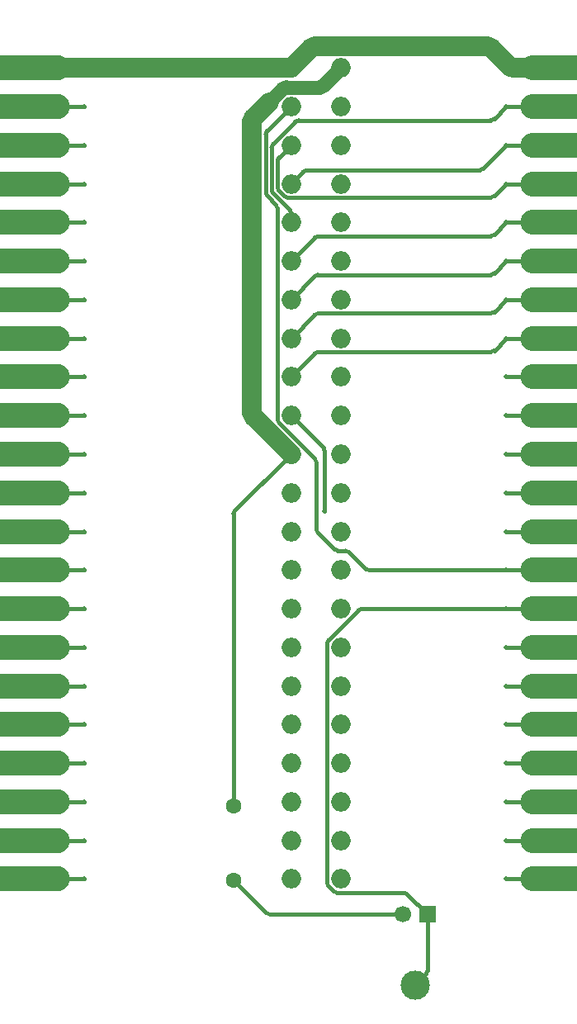
<source format=gbr>
%TF.GenerationSoftware,KiCad,Pcbnew,9.0.3*%
%TF.CreationDate,2025-08-13T21:30:12+02:00*%
%TF.ProjectId,app-mtu-adapter,6170702d-6d74-4752-9d61-646170746572,rev?*%
%TF.SameCoordinates,Original*%
%TF.FileFunction,Copper,L1,Top*%
%TF.FilePolarity,Positive*%
%FSLAX46Y46*%
G04 Gerber Fmt 4.6, Leading zero omitted, Abs format (unit mm)*
G04 Created by KiCad (PCBNEW 9.0.3) date 2025-08-13 21:30:12*
%MOMM*%
%LPD*%
G01*
G04 APERTURE LIST*
G04 Aperture macros list*
%AMFreePoly0*
4,1,22,-1.300000,4.445000,1.300000,4.445000,1.300000,-3.145000,1.280250,-3.370743,1.221600,-3.589626,1.125833,-3.795000,0.995858,-3.980624,0.835624,-4.140858,0.650000,-4.270833,0.444626,-4.366600,0.225743,-4.425250,0.000000,-4.445000,-0.225743,-4.425250,-0.444626,-4.366600,-0.650000,-4.270833,-0.835624,-4.140858,-0.995858,-3.980624,-1.125833,-3.795000,-1.221600,-3.589626,-1.280250,-3.370743,
-1.300000,-3.145000,-1.300000,4.445000,-1.300000,4.445000,$1*%
%AMFreePoly1*
4,1,22,-1.270000,3.180000,1.270000,3.180000,1.270000,-1.910000,1.254364,-2.108672,1.198732,-2.329454,1.104571,-2.536755,0.974909,-2.723912,0.813912,-2.884909,0.626755,-3.014571,0.419454,-3.108732,0.198672,-3.164364,0.000000,-3.180000,-0.198672,-3.164364,-0.419454,-3.108732,-0.626755,-3.014571,-0.813912,-2.884909,-0.974909,-2.723912,-1.104571,-2.536755,-1.198732,-2.329454,-1.254364,-2.108672,
-1.270000,-1.910000,-1.270000,3.180000,-1.270000,3.180000,$1*%
G04 Aperture macros list end*
%TA.AperFunction,ComponentPad*%
%ADD10C,3.000000*%
%TD*%
%TA.AperFunction,ComponentPad*%
%ADD11C,1.700000*%
%TD*%
%TA.AperFunction,ComponentPad*%
%ADD12R,1.700000X1.700000*%
%TD*%
%TA.AperFunction,ConnectorPad*%
%ADD13FreePoly0,90.000000*%
%TD*%
%TA.AperFunction,ComponentPad*%
%ADD14C,1.600000*%
%TD*%
%TA.AperFunction,ComponentPad*%
%ADD15O,2.000000X2.000000*%
%TD*%
%TA.AperFunction,ConnectorPad*%
%ADD16FreePoly1,270.000000*%
%TD*%
%TA.AperFunction,ViaPad*%
%ADD17C,0.500000*%
%TD*%
%TA.AperFunction,Conductor*%
%ADD18C,0.400000*%
%TD*%
%TA.AperFunction,Conductor*%
%ADD19C,2.000000*%
%TD*%
%TA.AperFunction,Conductor*%
%ADD20C,1.400000*%
%TD*%
G04 APERTURE END LIST*
D10*
%TO.P,TP1,1,1*%
%TO.N,Net-(J1-Pin_1)*%
X150910000Y-149250000D03*
%TD*%
D11*
%TO.P,J1,2,Pin_2*%
%TO.N,Net-(J1-Pin_2)*%
X149640000Y-142000000D03*
D12*
%TO.P,J1,1,Pin_1*%
%TO.N,Net-(J1-Pin_1)*%
X152180000Y-142000000D03*
%TD*%
D13*
%TO.P,P1,22,COLD*%
%TO.N,Net-(P1-COLD)*%
X111050000Y-138390000D03*
%TO.P,P1,21,COLA*%
%TO.N,Net-(P1-COLA)*%
X111050000Y-134430000D03*
%TO.P,P1,20,COLE*%
%TO.N,Net-(P1-COLE)*%
X111050000Y-130470000D03*
%TO.P,P1,19,COLB*%
%TO.N,Net-(P1-COLB)*%
X111050000Y-126510000D03*
%TO.P,P1,18,COLF*%
%TO.N,Net-(P1-COLF)*%
X111050000Y-122550000D03*
%TO.P,P1,17,ROW0*%
%TO.N,Net-(P1-ROW0)*%
X111050000Y-118590000D03*
%TO.P,P1,16,PB5*%
%TO.N,Net-(P1-PB5)*%
X111050000Y-114630000D03*
%TO.P,P1,15,PB7*%
%TO.N,Net-(J1-Pin_1)*%
X111050000Y-110670000D03*
%TO.P,P1,14,PA0*%
%TO.N,Net-(P1-PA0)*%
X111050000Y-106710000D03*
%TO.P,P1,13,PB4*%
%TO.N,Net-(P1-PB4)*%
X111050000Y-102750000D03*
%TO.P,P1,12,PB3*%
%TO.N,Net-(P1-PB3)*%
X111050000Y-98790000D03*
%TO.P,P1,11,PB2*%
%TO.N,Net-(P1-PB2)*%
X111050000Y-94830000D03*
%TO.P,P1,10,PB1*%
%TO.N,Net-(P1-PB1)*%
X111050000Y-90870000D03*
%TO.P,P1,9,PB0*%
%TO.N,Net-(P1-PB0)*%
X111050000Y-86910000D03*
%TO.P,P1,8,PA7*%
%TO.N,Net-(P1-PA7)*%
X111050000Y-82950000D03*
%TO.P,P1,7,PA6*%
%TO.N,Net-(P1-PA6)*%
X111050000Y-78990000D03*
%TO.P,P1,6,PA5*%
%TO.N,Net-(P1-PA5)*%
X111050000Y-75030000D03*
%TO.P,P1,5,PA4*%
%TO.N,Net-(P1-PA4)*%
X111050000Y-71070000D03*
%TO.P,P1,4,PA1*%
%TO.N,Net-(P1-PA1)*%
X111050000Y-67110000D03*
%TO.P,P1,3,PA2*%
%TO.N,Net-(P1-PA2)*%
X111050000Y-63150000D03*
%TO.P,P1,2,PA3*%
%TO.N,Net-(P1-PA3)*%
X111050000Y-59190000D03*
%TO.P,P1,1,GND*%
%TO.N,Net-(P1-GND)*%
X111050000Y-55230000D03*
%TD*%
D14*
%TO.P,R1,2*%
%TO.N,Net-(J1-Pin_2)*%
X132270000Y-138480000D03*
%TO.P,R1,1*%
%TO.N,Net-(P1-+5V)*%
X132270000Y-130860000D03*
%TD*%
D15*
%TO.P,P2,1,1*%
%TO.N,Net-(P1-GND)*%
X138190000Y-55230000D03*
%TO.P,P2,2,2*%
%TO.N,Net-(P1-PA0)*%
X138190000Y-59190000D03*
%TO.P,P2,3,3*%
%TO.N,Net-(P1-PA1)*%
X138190000Y-63150000D03*
%TO.P,P2,4,4*%
%TO.N,Net-(P1-PA2)*%
X138190000Y-67110000D03*
%TO.P,P2,5,5*%
%TO.N,Net-(P1-PA3)*%
X138190000Y-71070000D03*
%TO.P,P2,6,6*%
%TO.N,Net-(P1-PA4)*%
X138190000Y-75030000D03*
%TO.P,P2,7,7*%
%TO.N,Net-(P1-PA5)*%
X138190000Y-78990000D03*
%TO.P,P2,8,8*%
%TO.N,Net-(P1-PA6)*%
X138190000Y-82950000D03*
%TO.P,P2,9,9*%
%TO.N,Net-(P1-PA7)*%
X138190000Y-86910000D03*
%TO.P,P2,10,\u00BA0*%
%TO.N,Net-(P1-AUD_H)*%
X138190000Y-90870000D03*
%TO.P,P2,11,11*%
%TO.N,Net-(P1-+5V)*%
X138190000Y-94830000D03*
%TO.P,P2,12,12*%
%TO.N,unconnected-(P2-Pad12)*%
X138190000Y-98790000D03*
%TO.P,P2,13,13*%
%TO.N,unconnected-(P2-Pad13)*%
X138190000Y-102750000D03*
%TO.P,P2,14,14*%
%TO.N,unconnected-(P2-Pad14)*%
X138190000Y-106710000D03*
%TO.P,P2,15,15*%
%TO.N,unconnected-(P2-Pad15)*%
X138190000Y-110670000D03*
%TO.P,P2,16,16*%
%TO.N,unconnected-(P2-Pad16)*%
X138190000Y-114630000D03*
%TO.P,P2,17,17*%
%TO.N,unconnected-(P2-Pad17)*%
X138190000Y-118590000D03*
%TO.P,P2,18,18*%
%TO.N,unconnected-(P2-Pad18)*%
X138190000Y-122550000D03*
%TO.P,P2,19,19*%
%TO.N,unconnected-(P2-Pad19)*%
X138190000Y-126510000D03*
%TO.P,P2,20,20*%
%TO.N,unconnected-(P2-Pad20)*%
X138190000Y-130470000D03*
%TO.P,P2,21,21*%
%TO.N,unconnected-(P2-Pad21)*%
X138190000Y-134430000D03*
%TO.P,P2,22,22*%
%TO.N,unconnected-(P2-Pad22)*%
X138190000Y-138390000D03*
%TO.P,P2,A,A*%
%TO.N,Net-(P1-+5V)*%
X143270000Y-55230000D03*
%TO.P,P2,B,B*%
%TO.N,unconnected-(P2-PadB)*%
X143270000Y-59190000D03*
%TO.P,P2,C,C*%
%TO.N,unconnected-(P2-PadC)*%
X143270000Y-63150000D03*
%TO.P,P2,D,D*%
%TO.N,unconnected-(P2-PadD)*%
X143270000Y-67110000D03*
%TO.P,P2,E,E*%
%TO.N,unconnected-(P2-PadE)*%
X143270000Y-71070000D03*
%TO.P,P2,F,F*%
%TO.N,unconnected-(P2-PadF)*%
X143270000Y-75030000D03*
%TO.P,P2,H,H*%
%TO.N,unconnected-(P2-PadH)*%
X143270000Y-78990000D03*
%TO.P,P2,J,J*%
%TO.N,unconnected-(P2-PadJ)*%
X143270000Y-82950000D03*
%TO.P,P2,K,K*%
%TO.N,unconnected-(P2-PadK)*%
X143270000Y-86910000D03*
%TO.P,P2,L,L*%
%TO.N,unconnected-(P2-PadL)*%
X143270000Y-90870000D03*
%TO.P,P2,M,M*%
%TO.N,unconnected-(P2-PadM)*%
X143270000Y-94830000D03*
%TO.P,P2,N,N*%
%TO.N,unconnected-(P2-PadN)*%
X143270000Y-98790000D03*
%TO.P,P2,P,P*%
%TO.N,unconnected-(P2-PadP)*%
X143270000Y-102750000D03*
%TO.P,P2,R,R*%
%TO.N,unconnected-(P2-PadR)*%
X143270000Y-106710000D03*
%TO.P,P2,S,PTR_R*%
%TO.N,unconnected-(P2-PTR_R-PadS)*%
X143270000Y-110670000D03*
%TO.P,P2,T,T*%
%TO.N,unconnected-(P2-PadT)*%
X143270000Y-114630000D03*
%TO.P,P2,U,U*%
%TO.N,unconnected-(P2-PadU)*%
X143270000Y-118590000D03*
%TO.P,P2,V,V*%
%TO.N,unconnected-(P2-PadV)*%
X143270000Y-122550000D03*
%TO.P,P2,W,W*%
%TO.N,unconnected-(P2-PadW)*%
X143270000Y-126510000D03*
%TO.P,P2,X,X*%
%TO.N,unconnected-(P2-PadX)*%
X143270000Y-130470000D03*
%TO.P,P2,Y,Y*%
%TO.N,unconnected-(P2-PadY)*%
X143270000Y-134430000D03*
%TO.P,P2,Z,Z*%
%TO.N,unconnected-(P2-PadZ)*%
X143270000Y-138390000D03*
%TD*%
D16*
%TO.P,P3,1,GND*%
%TO.N,Net-(P1-GND)*%
X164870000Y-55230000D03*
%TO.P,P3,2,PA3*%
%TO.N,Net-(P1-PA3)*%
X164870000Y-59190000D03*
%TO.P,P3,3,PA2*%
%TO.N,Net-(P1-PA2)*%
X164870000Y-63150000D03*
%TO.P,P3,4,PA1*%
%TO.N,Net-(P1-PA1)*%
X164870000Y-67110000D03*
%TO.P,P3,5,PA4*%
%TO.N,Net-(P1-PA4)*%
X164870000Y-71070000D03*
%TO.P,P3,6,PA5*%
%TO.N,Net-(P1-PA5)*%
X164870000Y-75030000D03*
%TO.P,P3,7,PA6*%
%TO.N,Net-(P1-PA6)*%
X164870000Y-78990000D03*
%TO.P,P3,8,PA7*%
%TO.N,Net-(P1-PA7)*%
X164870000Y-82950000D03*
%TO.P,P3,9,PB0*%
%TO.N,Net-(P1-PB0)*%
X164870000Y-86910000D03*
%TO.P,P3,10,PB1*%
%TO.N,Net-(P1-PB1)*%
X164870000Y-90870000D03*
%TO.P,P3,11,PB2*%
%TO.N,Net-(P1-PB2)*%
X164870000Y-94830000D03*
%TO.P,P3,12,PB3*%
%TO.N,Net-(P1-PB3)*%
X164870000Y-98790000D03*
%TO.P,P3,13,PB4*%
%TO.N,Net-(P1-PB4)*%
X164870000Y-102750000D03*
%TO.P,P3,14,PA0*%
%TO.N,Net-(P1-PA0)*%
X164870000Y-106710000D03*
%TO.P,P3,15,PB7*%
%TO.N,Net-(J1-Pin_1)*%
X164870000Y-110670000D03*
%TO.P,P3,16,PB5*%
%TO.N,Net-(P1-PB5)*%
X164870000Y-114630000D03*
%TO.P,P3,17,ROW0*%
%TO.N,Net-(P1-ROW0)*%
X164870000Y-118590000D03*
%TO.P,P3,18,COLF*%
%TO.N,Net-(P1-COLF)*%
X164870000Y-122550000D03*
%TO.P,P3,19,COLB*%
%TO.N,Net-(P1-COLB)*%
X164870000Y-126510000D03*
%TO.P,P3,20,COLE*%
%TO.N,Net-(P1-COLE)*%
X164870000Y-130470000D03*
%TO.P,P3,21,COLA*%
%TO.N,Net-(P1-COLA)*%
X164870000Y-134430000D03*
%TO.P,P3,22,COLD*%
%TO.N,Net-(P1-COLD)*%
X164870000Y-138390000D03*
%TD*%
D17*
%TO.N,Net-(P1-PA2)*%
X116950000Y-63150000D03*
%TO.N,Net-(P1-PA5)*%
X116950000Y-75030000D03*
%TO.N,Net-(P1-PB4)*%
X116950000Y-102750000D03*
%TO.N,Net-(P1-PA0)*%
X116950000Y-106710000D03*
%TO.N,Net-(P1-PA6)*%
X116950000Y-78990000D03*
%TO.N,Net-(P1-COLF)*%
X116950000Y-122550000D03*
%TO.N,Net-(P1-PB1)*%
X116950000Y-90870000D03*
%TO.N,Net-(P1-COLB)*%
X116950000Y-126510000D03*
%TO.N,Net-(P1-PB5)*%
X116950000Y-114630000D03*
%TO.N,Net-(P1-COLD)*%
X116950000Y-138390000D03*
%TO.N,Net-(P1-PA1)*%
X116950000Y-67110000D03*
%TO.N,Net-(P1-PB0)*%
X116950000Y-86910000D03*
%TO.N,Net-(P1-ROW0)*%
X116950000Y-118590000D03*
%TO.N,Net-(P1-PB2)*%
X116950000Y-94830000D03*
%TO.N,Net-(P1-PA4)*%
X116950000Y-71070000D03*
%TO.N,Net-(P1-PA7)*%
X116950000Y-82950000D03*
%TO.N,Net-(P1-COLA)*%
X116950000Y-134430000D03*
%TO.N,Net-(P1-PA3)*%
X116950000Y-59190000D03*
%TO.N,Net-(P1-PB3)*%
X116950000Y-98790000D03*
%TO.N,Net-(P1-COLE)*%
X116950000Y-130470000D03*
%TO.N,Net-(J1-Pin_1)*%
X116950000Y-110670000D03*
%TO.N,Net-(P1-PA5)*%
X160270000Y-75030000D03*
%TO.N,Net-(P1-PA6)*%
X160270000Y-78990000D03*
%TO.N,Net-(P1-PA2)*%
X160270000Y-63150000D03*
%TO.N,Net-(P1-PB4)*%
X160270000Y-102750000D03*
%TO.N,Net-(P1-COLF)*%
X160270000Y-122550000D03*
%TO.N,Net-(P1-PB1)*%
X160270000Y-90870000D03*
%TO.N,Net-(P1-PA0)*%
X160270000Y-106710000D03*
%TO.N,Net-(P1-COLD)*%
X160270000Y-138390000D03*
%TO.N,Net-(P1-PB3)*%
X160270000Y-98790000D03*
%TO.N,Net-(P1-PB5)*%
X160270000Y-114630000D03*
%TO.N,Net-(P1-ROW0)*%
X160270000Y-118590000D03*
%TO.N,Net-(P1-PA3)*%
X160270000Y-59190000D03*
%TO.N,Net-(P1-PB0)*%
X160270000Y-86910000D03*
%TO.N,Net-(P1-PA1)*%
X160270000Y-67110000D03*
%TO.N,Net-(P1-PA7)*%
X160270000Y-82950000D03*
%TO.N,Net-(P1-COLE)*%
X160270000Y-130470000D03*
%TO.N,Net-(P1-PB2)*%
X160270000Y-94830000D03*
%TO.N,Net-(P1-COLA)*%
X160270000Y-134430000D03*
%TO.N,Net-(P1-PA4)*%
X160270000Y-71070000D03*
%TO.N,Net-(P1-COLB)*%
X160270000Y-126510000D03*
%TO.N,Net-(J1-Pin_1)*%
X160270000Y-110670000D03*
%TO.N,Net-(P1-AUD_H)*%
X141640000Y-100660000D03*
%TD*%
D18*
%TO.N,Net-(J1-Pin_1)*%
X152180000Y-147772893D02*
G75*
G02*
X152033556Y-148126450I-500000J-7D01*
G01*
X149763893Y-139791000D02*
G75*
G02*
X150117449Y-139937443I7J-500000D01*
G01*
X152033553Y-148126447D02*
X150910000Y-149250000D01*
X152180000Y-142000000D02*
X152180000Y-147772893D01*
X145457107Y-110670000D02*
X160270000Y-110670000D01*
X141869000Y-138763207D02*
X141869000Y-114258107D01*
X149763893Y-139791000D02*
X142896793Y-139791000D01*
X141869000Y-114258107D02*
G75*
G02*
X142015444Y-113904550I500000J7D01*
G01*
X142543239Y-139644553D02*
X142015446Y-139116760D01*
X142015446Y-139116760D02*
G75*
G02*
X141868995Y-138763207I353554J353560D01*
G01*
X142896793Y-139791000D02*
G75*
G02*
X142543243Y-139644549I7J500000D01*
G01*
X145103554Y-110816446D02*
G75*
G02*
X145457107Y-110670005I353546J-353554D01*
G01*
X152180000Y-142000000D02*
X150117446Y-139937446D01*
X142015447Y-113904553D02*
X145103554Y-110816446D01*
%TO.N,Net-(J1-Pin_2)*%
X149639000Y-141999000D02*
X149640000Y-142000000D01*
X135996107Y-141999000D02*
X149639000Y-141999000D01*
X135642554Y-141852554D02*
G75*
G03*
X135996107Y-141998995I353546J353554D01*
G01*
X132270000Y-138480000D02*
X135642554Y-141852554D01*
D19*
%TO.N,Net-(P1-GND)*%
X160644553Y-55083553D02*
G75*
G03*
X160998107Y-55229995I353547J353553D01*
G01*
X158382893Y-53029000D02*
G75*
G02*
X158736449Y-53175443I7J-500000D01*
G01*
X160644553Y-55083553D02*
X158736446Y-53175446D01*
X164870000Y-55230000D02*
X160998107Y-55230000D01*
X138190000Y-55230000D02*
X111050000Y-55230000D01*
D18*
%TO.N,Net-(P1-PA0)*%
X142643553Y-104563553D02*
G75*
G03*
X142997107Y-104709995I353547J353553D01*
G01*
X140780000Y-102492893D02*
G75*
G03*
X140926443Y-102846449I500000J-7D01*
G01*
X144106446Y-104856446D02*
G75*
G03*
X143752893Y-104710005I-353546J-353554D01*
G01*
X145813553Y-106563553D02*
G75*
G03*
X146167107Y-106709995I353547J353553D01*
G01*
X135735446Y-61644554D02*
X138190000Y-59190000D01*
X135589000Y-67983092D02*
X135589000Y-61998107D01*
X136642554Y-69243753D02*
X135735447Y-68336646D01*
X136789000Y-91243207D02*
X136789000Y-69597306D01*
X137609686Y-92271000D02*
X136935447Y-91596761D01*
X137612314Y-92271000D02*
X137609686Y-92271000D01*
X140633554Y-95292240D02*
X137612314Y-92271000D01*
X140780000Y-102492893D02*
X140780000Y-95645793D01*
X142643553Y-104563553D02*
X140926446Y-102846446D01*
X145813553Y-106563553D02*
X144106446Y-104856446D01*
X160270000Y-106710000D02*
X146167107Y-106710000D01*
X135735447Y-68336646D02*
G75*
G02*
X135589006Y-67983092I353553J353546D01*
G01*
X136789000Y-69597306D02*
G75*
G03*
X136642557Y-69243750I-500000J6D01*
G01*
X135589000Y-61998107D02*
G75*
G02*
X135735443Y-61644551I500000J7D01*
G01*
X136935447Y-91596761D02*
G75*
G02*
X136788995Y-91243207I353553J353561D01*
G01*
X140780000Y-95645793D02*
G75*
G03*
X140633550Y-95292244I-500000J-7D01*
G01*
X143752893Y-104710000D02*
X142997107Y-104710000D01*
%TO.N,Net-(P1-PA6)*%
X140956107Y-80391000D02*
X158661893Y-80391000D01*
%TO.N,Net-(P1-PA7)*%
X140956107Y-84351000D02*
X158661893Y-84351000D01*
%TO.N,Net-(P1-PA6)*%
X140602554Y-80537446D02*
G75*
G02*
X140956107Y-80391005I353546J-353554D01*
G01*
X138190000Y-82950000D02*
X140602554Y-80537446D01*
%TO.N,Net-(P1-PA7)*%
X138190000Y-86910000D02*
X140602554Y-84497446D01*
X140602554Y-84497446D02*
G75*
G02*
X140956107Y-84351005I353546J-353554D01*
G01*
%TO.N,Net-(P1-PA5)*%
X138190000Y-78990000D02*
X140602554Y-76577446D01*
X140602554Y-76577446D02*
G75*
G02*
X140956107Y-76431005I353546J-353554D01*
G01*
X140956107Y-76431000D02*
X158661893Y-76431000D01*
%TO.N,Net-(P1-PA4)*%
X140956107Y-72471000D02*
X158661893Y-72471000D01*
X138190000Y-75030000D02*
X140602554Y-72617446D01*
X140602554Y-72617446D02*
G75*
G02*
X140956107Y-72471005I353546J-353554D01*
G01*
%TO.N,Net-(P1-PA1)*%
X136936447Y-67837761D02*
X137463240Y-68364554D01*
X136790000Y-64757107D02*
X136790000Y-67484207D01*
X138190000Y-63150000D02*
X136936446Y-64403554D01*
X136790000Y-67484207D02*
G75*
G03*
X136936451Y-67837757I500000J7D01*
G01*
X137463240Y-68364554D02*
G75*
G03*
X137816793Y-68511005I353560J353554D01*
G01*
X136936446Y-64403554D02*
G75*
G03*
X136790005Y-64757107I353554J-353546D01*
G01*
X137816793Y-68511000D02*
X158661893Y-68511000D01*
%TO.N,Net-(P1-PA2)*%
X139798107Y-65709000D02*
X157503893Y-65709000D01*
X138190000Y-67110000D02*
X139444554Y-65855446D01*
X139444554Y-65855446D02*
G75*
G02*
X139798107Y-65709005I353546J-353554D01*
G01*
%TO.N,Net-(P1-PA3)*%
X138974793Y-60591000D02*
X158661893Y-60591000D01*
X138043553Y-69794810D02*
X136336446Y-68087703D01*
X136190000Y-67734150D02*
X136190000Y-63375793D01*
X138190000Y-71070000D02*
X138190000Y-70148364D01*
X136190000Y-63375793D02*
G75*
G02*
X136336451Y-63022243I500000J-7D01*
G01*
X136336447Y-63022239D02*
X138621240Y-60737446D01*
X136336446Y-68087703D02*
G75*
G02*
X136189964Y-67734150I353554J353603D01*
G01*
X138621240Y-60737446D02*
G75*
G02*
X138974793Y-60590995I353560J-353554D01*
G01*
X138190000Y-70148364D02*
G75*
G03*
X138043535Y-69794828I-500000J-36D01*
G01*
D19*
%TO.N,Net-(P1-GND)*%
X158382893Y-53029000D02*
X140598107Y-53029000D01*
X140244553Y-53175447D02*
X138190000Y-55230000D01*
X140598107Y-53029000D02*
G75*
G03*
X140244550Y-53175444I-7J-500000D01*
G01*
D18*
%TO.N,Net-(P1-+5V)*%
X132270000Y-100957107D02*
G75*
G02*
X132416443Y-100603551I500000J7D01*
G01*
%TO.N,Net-(P1-COLD)*%
X116950000Y-138390000D02*
X111050000Y-138390000D01*
%TO.N,Net-(P1-PB0)*%
X116950000Y-86910000D02*
X111050000Y-86910000D01*
%TO.N,Net-(P1-PA1)*%
X116950000Y-67110000D02*
X111050000Y-67110000D01*
%TO.N,Net-(P1-PB3)*%
X116950000Y-98790000D02*
X111050000Y-98790000D01*
%TO.N,Net-(P1-ROW0)*%
X116950000Y-118590000D02*
X111050000Y-118590000D01*
%TO.N,Net-(P1-PB2)*%
X116950000Y-94830000D02*
X111050000Y-94830000D01*
%TO.N,Net-(P1-PA3)*%
X116950000Y-59190000D02*
X111050000Y-59190000D01*
%TO.N,Net-(P1-COLE)*%
X116950000Y-130470000D02*
X111050000Y-130470000D01*
%TO.N,Net-(P1-PB5)*%
X116950000Y-114630000D02*
X111050000Y-114630000D01*
%TO.N,Net-(P1-PA7)*%
X116950000Y-82950000D02*
X111050000Y-82950000D01*
%TO.N,Net-(P1-PA4)*%
X116950000Y-71070000D02*
X111050000Y-71070000D01*
%TO.N,Net-(J1-Pin_1)*%
X116950000Y-110670000D02*
X111050000Y-110670000D01*
%TO.N,Net-(P1-COLA)*%
X116950000Y-134430000D02*
X111050000Y-134430000D01*
%TO.N,Net-(P1-COLB)*%
X116950000Y-126510000D02*
X111050000Y-126510000D01*
%TO.N,Net-(P1-PA2)*%
X116950000Y-63150000D02*
X111050000Y-63150000D01*
%TO.N,Net-(P1-PA6)*%
X116950000Y-78990000D02*
X111050000Y-78990000D01*
%TO.N,Net-(P1-+5V)*%
X132270000Y-100957107D02*
X132270000Y-130860000D01*
%TO.N,Net-(P1-COLF)*%
X116950000Y-122550000D02*
X111050000Y-122550000D01*
%TO.N,Net-(P1-PB4)*%
X116950000Y-102750000D02*
X111050000Y-102750000D01*
%TO.N,Net-(P1-PA0)*%
X116950000Y-106710000D02*
X111050000Y-106710000D01*
%TO.N,Net-(P1-PB1)*%
X116950000Y-90870000D02*
X111050000Y-90870000D01*
%TO.N,Net-(P1-PA5)*%
X116950000Y-75030000D02*
X111050000Y-75030000D01*
%TO.N,Net-(P1-PB0)*%
X164870000Y-86910000D02*
X160270000Y-86910000D01*
%TO.N,Net-(P1-PA1)*%
X164870000Y-67110000D02*
X160270000Y-67110000D01*
%TO.N,Net-(P1-COLD)*%
X164870000Y-138390000D02*
X160270000Y-138390000D01*
%TO.N,Net-(P1-PB3)*%
X164870000Y-98790000D02*
X160270000Y-98790000D01*
%TO.N,Net-(P1-COLE)*%
X164870000Y-130470000D02*
X160270000Y-130470000D01*
%TO.N,Net-(P1-PB2)*%
X164870000Y-94830000D02*
X160270000Y-94830000D01*
%TO.N,Net-(P1-PA3)*%
X164870000Y-59190000D02*
X160270000Y-59190000D01*
%TO.N,Net-(P1-PA7)*%
X164870000Y-82950000D02*
X160270000Y-82950000D01*
%TO.N,Net-(P1-PB5)*%
X164870000Y-114630000D02*
X160270000Y-114630000D01*
%TO.N,Net-(P1-ROW0)*%
X164870000Y-118590000D02*
X160270000Y-118590000D01*
%TO.N,Net-(P1-PA4)*%
X164870000Y-71070000D02*
X160270000Y-71070000D01*
%TO.N,Net-(J1-Pin_1)*%
X164870000Y-110670000D02*
X160270000Y-110670000D01*
%TO.N,Net-(P1-COLB)*%
X164870000Y-126510000D02*
X160270000Y-126510000D01*
%TO.N,Net-(P1-COLA)*%
X164870000Y-134430000D02*
X160270000Y-134430000D01*
%TO.N,Net-(P1-PA6)*%
X164870000Y-78990000D02*
X160270000Y-78990000D01*
%TO.N,Net-(P1-PA2)*%
X164870000Y-63150000D02*
X160270000Y-63150000D01*
%TO.N,Net-(P1-PA0)*%
X164870000Y-106710000D02*
X160270000Y-106710000D01*
%TO.N,Net-(P1-COLF)*%
X164870000Y-122550000D02*
X160270000Y-122550000D01*
%TO.N,Net-(P1-PB1)*%
X164870000Y-90870000D02*
X160270000Y-90870000D01*
%TO.N,Net-(P1-PA5)*%
X164870000Y-75030000D02*
X160270000Y-75030000D01*
%TO.N,Net-(P1-PB4)*%
X164870000Y-102750000D02*
X160270000Y-102750000D01*
%TO.N,Net-(P1-PA6)*%
X159015447Y-80244553D02*
X160270000Y-78990000D01*
X159015447Y-80244553D02*
G75*
G02*
X158661893Y-80390995I-353547J353553D01*
G01*
%TO.N,Net-(P1-PA2)*%
X157857447Y-65562553D02*
X160270000Y-63150000D01*
X157503893Y-65709000D02*
G75*
G03*
X157857450Y-65562556I7J500000D01*
G01*
D20*
%TO.N,Net-(P1-+5V)*%
X135955000Y-58735000D02*
X137333554Y-57356446D01*
D19*
X134326447Y-90969074D02*
X138187373Y-94830000D01*
D20*
X141436447Y-57063553D02*
X143270000Y-55230000D01*
D19*
X138187373Y-94830000D02*
X138190000Y-94830000D01*
D20*
X137687107Y-57210000D02*
X141082893Y-57210000D01*
D19*
X135955000Y-58735000D02*
X134326446Y-60363554D01*
X134180000Y-60717107D02*
X134180000Y-90615520D01*
D18*
X138190000Y-94830000D02*
X132416446Y-100603554D01*
D20*
X141082893Y-57210000D02*
G75*
G03*
X141436450Y-57063556I7J500000D01*
G01*
D19*
X134326446Y-60363554D02*
G75*
G03*
X134180005Y-60717107I353554J-353546D01*
G01*
D20*
X137687107Y-57210000D02*
G75*
G03*
X137333551Y-57356443I-7J-500000D01*
G01*
D19*
X134180000Y-90615520D02*
G75*
G03*
X134326457Y-90969064I500000J20D01*
G01*
D18*
%TO.N,Net-(P1-PA5)*%
X159015447Y-76284553D02*
X160270000Y-75030000D01*
X158661893Y-76431000D02*
G75*
G03*
X159015450Y-76284556I7J500000D01*
G01*
%TO.N,Net-(P1-AUD_H)*%
X141640000Y-100660000D02*
X141640000Y-94527107D01*
X141493553Y-94173553D02*
X138190000Y-90870000D01*
X141640000Y-94527107D02*
G75*
G03*
X141493556Y-94173550I-500000J7D01*
G01*
%TO.N,Net-(P1-PA1)*%
X159015447Y-68364553D02*
X160270000Y-67110000D01*
X158661893Y-68511000D02*
G75*
G03*
X159015450Y-68364556I7J500000D01*
G01*
%TO.N,Net-(P1-PA3)*%
X159015447Y-60444553D02*
X160270000Y-59190000D01*
X159015447Y-60444553D02*
G75*
G02*
X158661893Y-60590995I-353547J353553D01*
G01*
%TO.N,Net-(P1-PA7)*%
X159015447Y-84204553D02*
X160270000Y-82950000D01*
X158661893Y-84351000D02*
G75*
G03*
X159015450Y-84204556I7J500000D01*
G01*
%TO.N,Net-(P1-PA4)*%
X159015447Y-72324553D02*
X160270000Y-71070000D01*
X158661893Y-72471000D02*
G75*
G03*
X159015450Y-72324556I7J500000D01*
G01*
%TD*%
M02*

</source>
